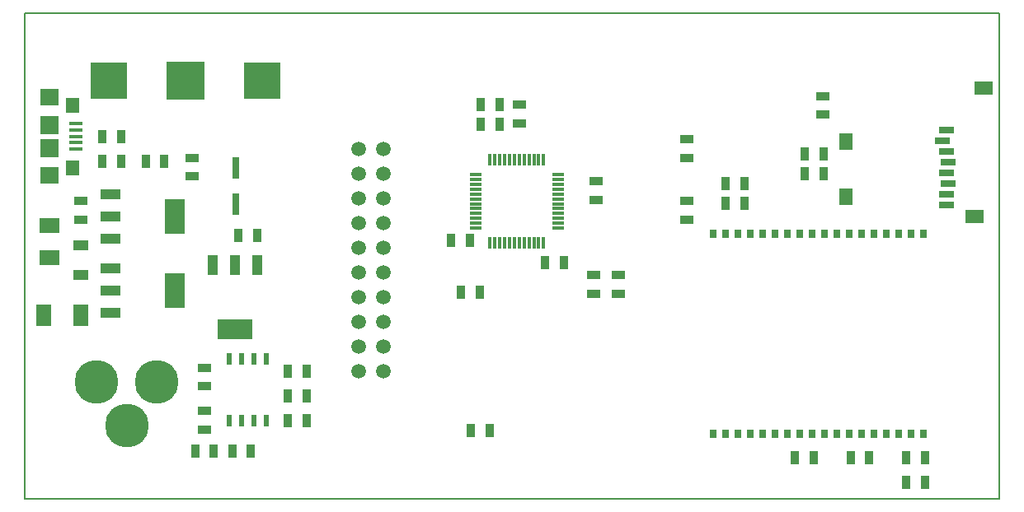
<source format=gts>
G04 (created by PCBNEW (2012-nov-02)-testing) date Tue 08 Jan 2013 11:00:24 PM EST*
%MOIN*%
G04 Gerber Fmt 3.4, Leading zero omitted, Abs format*
%FSLAX34Y34*%
G01*
G70*
G90*
G04 APERTURE LIST*
%ADD10C,0.006*%
%ADD11C,0.00590551*%
%ADD12C,0.0593*%
%ADD13R,0.0551X0.063*%
%ADD14R,0.0748X0.0709*%
%ADD15R,0.0748X0.0748*%
%ADD16R,0.0531X0.0157*%
%ADD17R,0.144X0.08*%
%ADD18R,0.04X0.08*%
%ADD19R,0.08X0.144*%
%ADD20R,0.08X0.04*%
%ADD21R,0.02X0.045*%
%ADD22R,0.055X0.035*%
%ADD23R,0.035X0.055*%
%ADD24R,0.0590551X0.0314961*%
%ADD25R,0.0748031X0.0551181*%
%ADD26R,0.0551181X0.0708661*%
%ADD27R,0.0314961X0.0334646*%
%ADD28R,0.0598425X0.0401575*%
%ADD29R,0.063X0.0866*%
%ADD30R,0.0255906X0.0866142*%
%ADD31R,0.0472441X0.011811*%
%ADD32R,0.011811X0.0472441*%
%ADD33R,0.08X0.06*%
%ADD34C,0.1771*%
%ADD35R,0.156X0.156*%
%ADD36R,0.15X0.15*%
G04 APERTURE END LIST*
G54D10*
G54D11*
X39370Y-59055D02*
X39370Y-39370D01*
X78740Y-59055D02*
X39370Y-59055D01*
X78740Y-39370D02*
X78740Y-59055D01*
X39370Y-39370D02*
X78740Y-39370D01*
G54D12*
X52870Y-44870D03*
X53870Y-44870D03*
X52870Y-45870D03*
X53870Y-45870D03*
X52870Y-46870D03*
X53870Y-46870D03*
X52870Y-47870D03*
X53870Y-47870D03*
X52870Y-48870D03*
X53870Y-48870D03*
X52870Y-49870D03*
X53870Y-49870D03*
X52870Y-50870D03*
X53870Y-50870D03*
X52870Y-51870D03*
X53870Y-51870D03*
X52870Y-52870D03*
X53870Y-52870D03*
X52870Y-53870D03*
X53870Y-53870D03*
G54D13*
X41295Y-45630D03*
G54D14*
X40370Y-45945D03*
X40370Y-42795D03*
G54D15*
X40370Y-44842D03*
X40370Y-43898D03*
G54D13*
X41295Y-43110D03*
G54D16*
X41423Y-43858D03*
X41423Y-44114D03*
X41423Y-44370D03*
X41423Y-44626D03*
X41423Y-44882D03*
G54D17*
X47870Y-52170D03*
G54D18*
X47870Y-49570D03*
X46970Y-49570D03*
X48770Y-49570D03*
G54D19*
X45420Y-50620D03*
G54D20*
X42820Y-50620D03*
X42820Y-51520D03*
X42820Y-49720D03*
G54D21*
X47620Y-53370D03*
X48120Y-53370D03*
X48620Y-53370D03*
X49120Y-53370D03*
X49120Y-55870D03*
X48620Y-55870D03*
X48120Y-55870D03*
X47620Y-55870D03*
G54D22*
X59370Y-43095D03*
X59370Y-43845D03*
G54D23*
X70495Y-57370D03*
X71245Y-57370D03*
X68445Y-47070D03*
X67695Y-47070D03*
X71645Y-45870D03*
X70895Y-45870D03*
X61145Y-49470D03*
X60395Y-49470D03*
X72745Y-57370D03*
X73495Y-57370D03*
X70895Y-45070D03*
X71645Y-45070D03*
X74995Y-57370D03*
X75745Y-57370D03*
X67695Y-46270D03*
X68445Y-46270D03*
X74995Y-58370D03*
X75745Y-58370D03*
G54D22*
X46120Y-45995D03*
X46120Y-45245D03*
X46620Y-54495D03*
X46620Y-53745D03*
X46620Y-56245D03*
X46620Y-55495D03*
G54D23*
X46995Y-57120D03*
X46245Y-57120D03*
X48495Y-57120D03*
X47745Y-57120D03*
X47995Y-48370D03*
X48745Y-48370D03*
G54D22*
X41620Y-46995D03*
X41620Y-47745D03*
X71620Y-43495D03*
X71620Y-42745D03*
G54D23*
X49995Y-55870D03*
X50745Y-55870D03*
X57795Y-43870D03*
X58545Y-43870D03*
X57345Y-48570D03*
X56595Y-48570D03*
X56995Y-50670D03*
X57745Y-50670D03*
G54D22*
X66120Y-46995D03*
X66120Y-47745D03*
X66120Y-45245D03*
X66120Y-44495D03*
X62370Y-50745D03*
X62370Y-49995D03*
X63370Y-50745D03*
X63370Y-49995D03*
G54D23*
X57395Y-56270D03*
X58145Y-56270D03*
X49995Y-54870D03*
X50745Y-54870D03*
X49995Y-53870D03*
X50745Y-53870D03*
X57795Y-43070D03*
X58545Y-43070D03*
X42495Y-45370D03*
X43245Y-45370D03*
X42495Y-44370D03*
X43245Y-44370D03*
X44245Y-45370D03*
X44995Y-45370D03*
G54D22*
X62470Y-46195D03*
X62470Y-46945D03*
G54D24*
X76620Y-44104D03*
X76462Y-44537D03*
X76620Y-44970D03*
X76698Y-45403D03*
X76620Y-45836D03*
X76698Y-46269D03*
X76620Y-46702D03*
X76620Y-47135D03*
G54D25*
X78135Y-42427D03*
X77742Y-47604D03*
G54D26*
X72564Y-46816D03*
X72564Y-44572D03*
G54D27*
X67198Y-56415D03*
X67698Y-56415D03*
X68198Y-56415D03*
X68698Y-56415D03*
X69198Y-56415D03*
X69698Y-56415D03*
X70198Y-56415D03*
X70698Y-56415D03*
X71198Y-56415D03*
X71698Y-56415D03*
X72198Y-56415D03*
X72698Y-56415D03*
X73198Y-56415D03*
X73698Y-56415D03*
X74198Y-56415D03*
X74698Y-56415D03*
X75198Y-56415D03*
X75698Y-56415D03*
X75698Y-48324D03*
X75198Y-48324D03*
X74698Y-48324D03*
X74198Y-48324D03*
X73698Y-48324D03*
X73198Y-48324D03*
X72698Y-48324D03*
X72198Y-48324D03*
X71698Y-48324D03*
X71198Y-48324D03*
X70698Y-48324D03*
X70198Y-48324D03*
X69698Y-48324D03*
X69198Y-48324D03*
X68698Y-48324D03*
X68198Y-48324D03*
X67698Y-48324D03*
X67198Y-48324D03*
G54D28*
X41620Y-49970D03*
X41620Y-48769D03*
G54D29*
X40122Y-51620D03*
X41618Y-51620D03*
G54D30*
X47874Y-47098D03*
X47874Y-45641D03*
G54D31*
X60923Y-48082D03*
X60923Y-47885D03*
X60923Y-47688D03*
X60923Y-47492D03*
X60923Y-47295D03*
X60923Y-47098D03*
X60923Y-46901D03*
X60923Y-46704D03*
X60923Y-46507D03*
X60923Y-46311D03*
X60923Y-46114D03*
X60923Y-45917D03*
G54D32*
X60332Y-45326D03*
X60135Y-45326D03*
X59938Y-45326D03*
X59742Y-45326D03*
X59545Y-45326D03*
X59348Y-45326D03*
X59151Y-45326D03*
X58954Y-45326D03*
X58757Y-45326D03*
X58561Y-45326D03*
X58364Y-45326D03*
X58167Y-45326D03*
G54D31*
X57576Y-45917D03*
X57576Y-46114D03*
X57576Y-46311D03*
X57576Y-46507D03*
X57576Y-46704D03*
X57576Y-46901D03*
X57576Y-47098D03*
X57576Y-47295D03*
X57576Y-47492D03*
X57576Y-47688D03*
X57576Y-47885D03*
X57576Y-48082D03*
G54D32*
X58167Y-48673D03*
X58364Y-48673D03*
X58561Y-48673D03*
X58757Y-48673D03*
X58954Y-48673D03*
X59151Y-48673D03*
X59348Y-48673D03*
X59545Y-48673D03*
X59742Y-48673D03*
X59938Y-48673D03*
X60135Y-48673D03*
X60332Y-48673D03*
G54D33*
X40370Y-47970D03*
X40370Y-49270D03*
G54D19*
X45420Y-47620D03*
G54D20*
X42820Y-47620D03*
X42820Y-48520D03*
X42820Y-46720D03*
G54D34*
X44673Y-54316D03*
X43492Y-56088D03*
X42264Y-54316D03*
G54D35*
X45870Y-42120D03*
G54D36*
X48970Y-42120D03*
X42770Y-42120D03*
M02*

</source>
